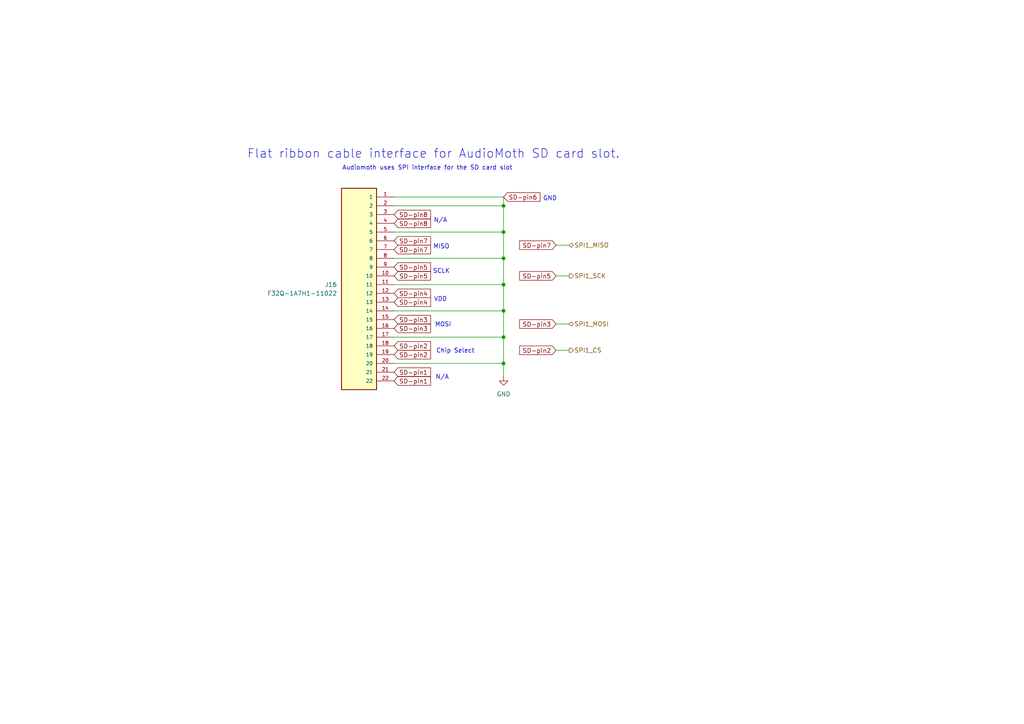
<source format=kicad_sch>
(kicad_sch (version 20250114) (generator "eeschema") (generator_version "9.0")
  (paper "A4")
  (lib_symbols
    (symbol "F32Q-1A7H1-11022:F32Q-1A7H1-11022" (pin_names (offset 1.016))
      (property "Reference" "J" (at -5.08 31.242 0))
      (property "Value" "F32Q-1A7H1-11022" (at -5.08 -30.48 0))
      (symbol "F32Q-1A7H1-11022_0_0"
        (rectangle (start -5.08 -27.94) (end 5.08 30.48) (stroke (width 0.254)) (fill (type background)))
        (pin passive line (at -10.16 27.94 0) (length 5.08) (name "1") (number "1"))
        (pin passive line (at -10.16 25.4 0) (length 5.08) (name "2") (number "2"))
        (pin passive line (at -10.16 22.86 0) (length 5.08) (name "3") (number "3"))
        (pin passive line (at -10.16 20.32 0) (length 5.08) (name "4") (number "4"))
        (pin passive line (at -10.16 17.78 0) (length 5.08) (name "5") (number "5"))
        (pin passive line (at -10.16 15.24 0) (length 5.08) (name "6") (number "6"))
        (pin passive line (at -10.16 12.7 0) (length 5.08) (name "7") (number "7"))
        (pin passive line (at -10.16 10.16 0) (length 5.08) (name "8") (number "8"))
        (pin passive line (at -10.16 7.62 0) (length 5.08) (name "9") (number "9"))
        (pin passive line (at -10.16 5.08 0) (length 5.08) (name "10") (number "10"))
        (pin passive line (at -10.16 2.54 0) (length 5.08) (name "11") (number "11"))
        (pin passive line (at -10.16 0 0) (length 5.08) (name "12") (number "12"))
        (pin passive line (at -10.16 -2.54 0) (length 5.08) (name "13") (number "13"))
        (pin passive line (at -10.16 -5.08 0) (length 5.08) (name "14") (number "14"))
        (pin passive line (at -10.16 -7.62 0) (length 5.08) (name "15") (number "15"))
        (pin passive line (at -10.16 -10.16 0) (length 5.08) (name "16") (number "16"))
        (pin passive line (at -10.16 -12.7 0) (length 5.08) (name "17") (number "17"))
        (pin passive line (at -10.16 -15.24 0) (length 5.08) (name "18") (number "18"))
        (pin passive line (at -10.16 -17.78 0) (length 5.08) (name "19") (number "19"))
        (pin passive line (at -10.16 -20.32 0) (length 5.08) (name "20") (number "20"))
        (pin passive line (at -10.16 -22.86 0) (length 5.08) (name "21") (number "21"))
        (pin passive line (at -10.16 -25.4 0) (length 5.08) (name "22") (number "22"))
      )
    )
    (symbol "power:GND" (power) (pin_numbers (hide yes)) (pin_names (offset 0) (hide yes))
      (property "Value" "GND" (at 0 -3.81 0))
      (symbol "GND_0_1"
        (polyline (pts (xy 0 0) (xy 0 -1.27) (xy 1.27 -1.27) (xy 0 -2.54) (xy -1.27 -1.27) (xy 0 -1.27)))
      )
      (symbol "GND_1_1"
        (pin power_in line (at 0 0 270) (length 0) (name "~") (number "1"))
      )
    )
  )
  (text "VDD" (at 127.762 86.868 0) (effects (font (size 1.27 1.27))))
  (text "Flat ribbon cable interface for AudioMoth SD card slot." (at 125.73 44.704 0) (effects (font (size 2.54 2.54))))
  (text "SCLK" (at 128.016 78.74 0) (effects (font (size 1.27 1.27))))
  (text "N/A" (at 127.762 64.008 0) (effects (font (size 1.27 1.27))))
  (text "N/A\n" (at 128.27 109.474 0) (effects (font (size 1.27 1.27))))
  (text "MISO" (at 128.016 71.628 0) (effects (font (size 1.27 1.27))))
  (text "GND" (at 159.512 57.658 0) (effects (font (size 1.27 1.27))))
  (text "Chip Select" (at 132.08 101.854 0) (effects (font (size 1.27 1.27))))
  (text "MOSI" (at 128.524 94.234 0) (effects (font (size 1.27 1.27))))
  (text "Audiomoth uses SPI interface for the SD card slot" (at 123.952 48.768 0) (effects (font (size 1.27 1.27))))
  (junction (at 146.05 82.55))
  (junction (at 146.05 74.93))
  (junction (at 146.05 105.41))
  (junction (at 146.05 90.17))
  (junction (at 146.05 97.79))
  (junction (at 146.05 59.69))
  (junction (at 146.05 67.31))
  (wire (pts (xy 114.3 74.93) (xy 146.05 74.93)))
  (wire (pts (xy 114.3 105.41) (xy 146.05 105.41)))
  (wire (pts (xy 161.29 80.01) (xy 165.1 80.01)))
  (wire (pts (xy 114.3 97.79) (xy 146.05 97.79)))
  (wire (pts (xy 146.05 82.55) (xy 146.05 90.17)))
  (wire (pts (xy 146.05 59.69) (xy 146.05 67.31)))
  (wire (pts (xy 114.3 59.69) (xy 146.05 59.69)))
  (wire (pts (xy 114.3 57.15) (xy 146.05 57.15)))
  (wire (pts (xy 165.1 101.6) (xy 161.29 101.6)))
  (wire (pts (xy 146.05 74.93) (xy 146.05 67.31)))
  (wire (pts (xy 146.05 57.15) (xy 146.05 59.69)))
  (wire (pts (xy 146.05 109.22) (xy 146.05 105.41)))
  (wire (pts (xy 114.3 90.17) (xy 146.05 90.17)))
  (wire (pts (xy 146.05 97.79) (xy 146.05 105.41)))
  (wire (pts (xy 161.29 71.12) (xy 165.1 71.12)))
  (wire (pts (xy 114.3 67.31) (xy 146.05 67.31)))
  (wire (pts (xy 146.05 97.79) (xy 146.05 90.17)))
  (wire (pts (xy 161.29 93.98) (xy 165.1 93.98)))
  (wire (pts (xy 146.05 74.93) (xy 146.05 82.55)))
  (wire (pts (xy 114.3 82.55) (xy 146.05 82.55)))
  (global_label "SD-pin7" (shape input) (at 161.29 71.12 180) (property "Intersheetrefs" "${INTERSHEET_REFS}" (effects (hide yes))))
  (global_label "SD-pin8" (shape input) (at 114.3 62.23 0) (property "Intersheetrefs" "${INTERSHEET_REFS}" (effects (hide yes))))
  (global_label "SD-pin8" (shape input) (at 114.3 64.77 0) (property "Intersheetrefs" "${INTERSHEET_REFS}" (effects (hide yes))))
  (global_label "SD-pin1" (shape input) (at 114.3 107.95 0) (property "Intersheetrefs" "${INTERSHEET_REFS}" (effects (hide yes))))
  (global_label "SD-pin7" (shape input) (at 114.3 72.39 0) (property "Intersheetrefs" "${INTERSHEET_REFS}" (effects (hide yes))))
  (global_label "SD-pin5" (shape input) (at 114.3 80.01 0) (property "Intersheetrefs" "${INTERSHEET_REFS}" (effects (hide yes))))
  (global_label "SD-pin2" (shape input) (at 161.29 101.6 180) (property "Intersheetrefs" "${INTERSHEET_REFS}" (effects (hide yes))))
  (global_label "SD-pin3" (shape input) (at 114.3 95.25 0) (property "Intersheetrefs" "${INTERSHEET_REFS}" (effects (hide yes))))
  (global_label "SD-pin5" (shape input) (at 114.3 77.47 0) (property "Intersheetrefs" "${INTERSHEET_REFS}" (effects (hide yes))))
  (global_label "SD-pin2" (shape input) (at 114.3 100.33 0) (property "Intersheetrefs" "${INTERSHEET_REFS}" (effects (hide yes))))
  (global_label "SD-pin3" (shape input) (at 161.29 93.98 180) (property "Intersheetrefs" "${INTERSHEET_REFS}" (effects (hide yes))))
  (global_label "SD-pin6" (shape input) (at 146.05 57.15 0) (property "Intersheetrefs" "${INTERSHEET_REFS}" (effects (hide yes))))
  (global_label "SD-pin5" (shape input) (at 161.29 80.01 180) (property "Intersheetrefs" "${INTERSHEET_REFS}" (effects (hide yes))))
  (global_label "SD-pin2" (shape input) (at 114.3 102.87 0) (property "Intersheetrefs" "${INTERSHEET_REFS}" (effects (hide yes))))
  (global_label "SD-pin1" (shape input) (at 114.3 110.49 0) (property "Intersheetrefs" "${INTERSHEET_REFS}" (effects (hide yes))))
  (global_label "SD-pin4" (shape input) (at 114.3 87.63 0) (property "Intersheetrefs" "${INTERSHEET_REFS}" (effects (hide yes))))
  (global_label "SD-pin7" (shape input) (at 114.3 69.85 0) (property "Intersheetrefs" "${INTERSHEET_REFS}" (effects (hide yes))))
  (global_label "SD-pin4" (shape input) (at 114.3 85.09 0) (property "Intersheetrefs" "${INTERSHEET_REFS}" (effects (hide yes))))
  (global_label "SD-pin3" (shape input) (at 114.3 92.71 0) (property "Intersheetrefs" "${INTERSHEET_REFS}" (effects (hide yes))))
  (hierarchical_label "SPI1_MOSI" (shape bidirectional) (at 165.1 93.98 0))
  (hierarchical_label "SPI1_SCK" (shape output) (at 165.1 80.01 0))
  (hierarchical_label "SPI1_CS" (shape output) (at 165.1 101.6 0))
  (hierarchical_label "SPI1_MISO" (shape bidirectional) (at 165.1 71.12 0))
  (symbol (lib_id "F32Q-1A7H1-11022:F32Q-1A7H1-11022") (at 104.14 85.09 0) (mirror y) (unit 1)
    (property "Reference" "J16" (at 97.79 82.5499 0) (effects (justify left)))
    (property "Value" "F32Q-1A7H1-11022" (at 97.79 85.0899 0) (effects (justify left)))
    (property "Footprint" "F32Q-1A7H1-11022:AMPHENOL_F32Q-1A7H1-11022" (effects (hide yes)))
    (property "PARTREV" "D" (effects (hide yes)))
    (property "STANDARD" "Manufacturer Recommendations" (effects (hide yes)))
    (property "MAXIMUM_PACKAGE_HEIGHT" "2mm" (effects (hide yes)))
    (property "MANUFACTURER" "Amphenol" (effects (hide yes)))
  )
  (symbol (lib_id "power:GND") (at 146.05 109.22 0) (unit 1)
    (property "Reference" "#PWR02" (effects (hide yes)))
    (property "Value" "GND" (at 146.05 114.3 0))
    (property "Description" "Power symbol creates a global label with name \"GND\" , ground" (effects (hide yes)))
  )
)
</source>
